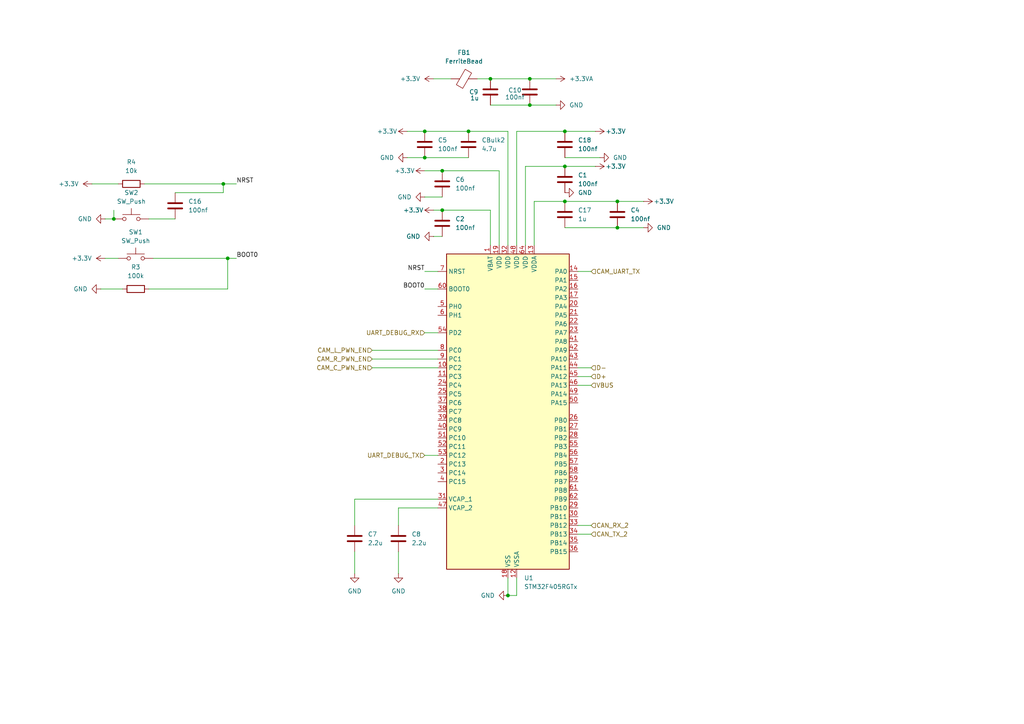
<source format=kicad_sch>
(kicad_sch (version 20250114) (generator "eeschema") (generator_version "9.0")
  (paper "A4")
  (lib_symbols
    (symbol "Device:C" (pin_numbers (hide yes)) (pin_names (offset 0.254))
      (property "Reference" "C" (at 0.635 2.54 0))
      (property "Value" "C" (at 0.635 -2.54 0))
      (symbol "C_0_1"
        (polyline (pts (xy -2.032 0.762) (xy 2.032 0.762)) (stroke (width 0.508)))
        (polyline (pts (xy -2.032 -0.762) (xy 2.032 -0.762)) (stroke (width 0.508)))
      )
      (symbol "C_1_1"
        (pin passive line (at 0 3.81 270) (length 2.794) (name "~") (number "1"))
        (pin passive line (at 0 -3.81 90) (length 2.794) (name "~") (number "2"))
      )
    )
    (symbol "Device:FerriteBead" (pin_numbers (hide yes)) (pin_names (offset 0))
      (property "Reference" "FB" (at -3.81 0.635 90))
      (property "Value" "FerriteBead" (at 3.81 0 90))
      (symbol "FerriteBead_0_1"
        (polyline (pts (xy -2.7686 0.4064) (xy -1.7018 2.2606) (xy 2.7686 -0.3048) (xy 1.6764 -2.159) (xy -2.7686 0.4064)))
        (polyline (pts (xy 0 1.27) (xy 0 1.2954)))
        (polyline (pts (xy 0 -1.27) (xy 0 -1.2192)))
      )
      (symbol "FerriteBead_1_1"
        (pin passive line (at 0 3.81 270) (length 2.54) (name "~") (number "1"))
        (pin passive line (at 0 -3.81 90) (length 2.54) (name "~") (number "2"))
      )
    )
    (symbol "Device:R" (pin_numbers (hide yes)) (pin_names (offset 0))
      (property "Reference" "R" (at 2.032 0 90))
      (property "Value" "R" (at 0 0 90))
      (symbol "R_0_1"
        (rectangle (start -1.016 -2.54) (end 1.016 2.54) (stroke (width 0.254)))
      )
      (symbol "R_1_1"
        (pin passive line (at 0 3.81 270) (length 1.27) (name "~") (number "1"))
        (pin passive line (at 0 -3.81 90) (length 1.27) (name "~") (number "2"))
      )
    )
    (symbol "MCU_ST_STM32F4:STM32F405RGTx"
      (property "Reference" "U" (at -17.78 46.99 0))
      (property "Value" "STM32F405RGTx" (at 10.16 46.99 0))
      (symbol "STM32F405RGTx_0_1"
        (rectangle (start -17.78 -45.72) (end 17.78 45.72) (stroke (width 0.254)) (fill (type background)))
      )
      (symbol "STM32F405RGTx_1_1"
        (pin input line (at -20.32 40.64 0) (length 2.54) (name "NRST") (number "7"))
        (pin input line (at -20.32 35.56 0) (length 2.54) (name "BOOT0") (number "60"))
        (pin bidirectional line (at -20.32 30.48 0) (length 2.54) (name "PH0") (number "5"))
        (pin bidirectional line (at -20.32 27.94 0) (length 2.54) (name "PH1") (number "6"))
        (pin bidirectional line (at -20.32 22.86 0) (length 2.54) (name "PD2") (number "54"))
        (pin bidirectional line (at -20.32 17.78 0) (length 2.54) (name "PC0") (number "8"))
        (pin bidirectional line (at -20.32 15.24 0) (length 2.54) (name "PC1") (number "9"))
        (pin bidirectional line (at -20.32 12.7 0) (length 2.54) (name "PC2") (number "10"))
        (pin bidirectional line (at -20.32 10.16 0) (length 2.54) (name "PC3") (number "11"))
        (pin bidirectional line (at -20.32 7.62 0) (length 2.54) (name "PC4") (number "24"))
        (pin bidirectional line (at -20.32 5.08 0) (length 2.54) (name "PC5") (number "25"))
        (pin bidirectional line (at -20.32 2.54 0) (length 2.54) (name "PC6") (number "37"))
        (pin bidirectional line (at -20.32 0 0) (length 2.54) (name "PC7") (number "38"))
        (pin bidirectional line (at -20.32 -2.54 0) (length 2.54) (name "PC8") (number "39"))
        (pin bidirectional line (at -20.32 -5.08 0) (length 2.54) (name "PC9") (number "40"))
        (pin bidirectional line (at -20.32 -7.62 0) (length 2.54) (name "PC10") (number "51"))
        (pin bidirectional line (at -20.32 -10.16 0) (length 2.54) (name "PC11") (number "52"))
        (pin bidirectional line (at -20.32 -12.7 0) (length 2.54) (name "PC12") (number "53"))
        (pin bidirectional line (at -20.32 -15.24 0) (length 2.54) (name "PC13") (number "2"))
        (pin bidirectional line (at -20.32 -17.78 0) (length 2.54) (name "PC14") (number "3"))
        (pin bidirectional line (at -20.32 -20.32 0) (length 2.54) (name "PC15") (number "4"))
        (pin power_out line (at -20.32 -25.4 0) (length 2.54) (name "VCAP_1") (number "31"))
        (pin power_out line (at -20.32 -27.94 0) (length 2.54) (name "VCAP_2") (number "47"))
        (pin power_in line (at -5.08 48.26 270) (length 2.54) (name "VBAT") (number "1"))
        (pin power_in line (at -2.54 48.26 270) (length 2.54) (name "VDD") (number "19"))
        (pin power_in line (at 0 48.26 270) (length 2.54) (name "VDD") (number "32"))
        (pin power_in line (at 0 -48.26 90) (length 2.54) (name "VSS") (number "18"))
        (pin passive line (at 0 -48.26 90) (length 2.54) (hide yes) (name "VSS") (number "63"))
        (pin power_in line (at 2.54 48.26 270) (length 2.54) (name "VDD") (number "48"))
        (pin power_in line (at 2.54 -48.26 90) (length 2.54) (name "VSSA") (number "12"))
        (pin power_in line (at 5.08 48.26 270) (length 2.54) (name "VDD") (number "64"))
        (pin power_in line (at 7.62 48.26 270) (length 2.54) (name "VDDA") (number "13"))
        (pin bidirectional line (at 20.32 40.64 180) (length 2.54) (name "PA0") (number "14"))
        (pin bidirectional line (at 20.32 38.1 180) (length 2.54) (name "PA1") (number "15"))
        (pin bidirectional line (at 20.32 35.56 180) (length 2.54) (name "PA2") (number "16"))
        (pin bidirectional line (at 20.32 33.02 180) (length 2.54) (name "PA3") (number "17"))
        (pin bidirectional line (at 20.32 30.48 180) (length 2.54) (name "PA4") (number "20"))
        (pin bidirectional line (at 20.32 27.94 180) (length 2.54) (name "PA5") (number "21"))
        (pin bidirectional line (at 20.32 25.4 180) (length 2.54) (name "PA6") (number "22"))
        (pin bidirectional line (at 20.32 22.86 180) (length 2.54) (name "PA7") (number "23"))
        (pin bidirectional line (at 20.32 20.32 180) (length 2.54) (name "PA8") (number "41"))
        (pin bidirectional line (at 20.32 17.78 180) (length 2.54) (name "PA9") (number "42"))
        (pin bidirectional line (at 20.32 15.24 180) (length 2.54) (name "PA10") (number "43"))
        (pin bidirectional line (at 20.32 12.7 180) (length 2.54) (name "PA11") (number "44"))
        (pin bidirectional line (at 20.32 10.16 180) (length 2.54) (name "PA12") (number "45"))
        (pin bidirectional line (at 20.32 7.62 180) (length 2.54) (name "PA13") (number "46"))
        (pin bidirectional line (at 20.32 5.08 180) (length 2.54) (name "PA14") (number "49"))
        (pin bidirectional line (at 20.32 2.54 180) (length 2.54) (name "PA15") (number "50"))
        (pin bidirectional line (at 20.32 -2.54 180) (length 2.54) (name "PB0") (number "26"))
        (pin bidirectional line (at 20.32 -5.08 180) (length 2.54) (name "PB1") (number "27"))
        (pin bidirectional line (at 20.32 -7.62 180) (length 2.54) (name "PB2") (number "28"))
        (pin bidirectional line (at 20.32 -10.16 180) (length 2.54) (name "PB3") (number "55"))
        (pin bidirectional line (at 20.32 -12.7 180) (length 2.54) (name "PB4") (number "56"))
        (pin bidirectional line (at 20.32 -15.24 180) (length 2.54) (name "PB5") (number "57"))
        (pin bidirectional line (at 20.32 -17.78 180) (length 2.54) (name "PB6") (number "58"))
        (pin bidirectional line (at 20.32 -20.32 180) (length 2.54) (name "PB7") (number "59"))
        (pin bidirectional line (at 20.32 -22.86 180) (length 2.54) (name "PB8") (number "61"))
        (pin bidirectional line (at 20.32 -25.4 180) (length 2.54) (name "PB9") (number "62"))
        (pin bidirectional line (at 20.32 -27.94 180) (length 2.54) (name "PB10") (number "29"))
        (pin bidirectional line (at 20.32 -30.48 180) (length 2.54) (name "PB11") (number "30"))
        (pin bidirectional line (at 20.32 -33.02 180) (length 2.54) (name "PB12") (number "33"))
        (pin bidirectional line (at 20.32 -35.56 180) (length 2.54) (name "PB13") (number "34"))
        (pin bidirectional line (at 20.32 -38.1 180) (length 2.54) (name "PB14") (number "35"))
        (pin bidirectional line (at 20.32 -40.64 180) (length 2.54) (name "PB15") (number "36"))
      )
    )
    (symbol "Switch:SW_Push" (pin_numbers (hide yes)) (pin_names (offset 1.016) (hide yes))
      (property "Reference" "SW" (at 1.27 2.54 0))
      (property "Value" "SW_Push" (at 0 -1.524 0))
      (symbol "SW_Push_0_1"
        (circle (center -2.032 0) (radius 0.508))
        (polyline (pts (xy 0 1.27) (xy 0 3.048)))
        (circle (center 2.032 0) (radius 0.508))
        (polyline (pts (xy 2.54 1.27) (xy -2.54 1.27)))
        (pin passive line (at -5.08 0 0) (length 2.54) (name "1") (number "1"))
        (pin passive line (at 5.08 0 180) (length 2.54) (name "2") (number "2"))
      )
    )
    (symbol "power:+3.3V" (power) (pin_numbers (hide yes)) (pin_names (offset 0) (hide yes))
      (property "Value" "+3.3V" (at 0 3.556 0))
      (symbol "+3.3V_0_1"
        (polyline (pts (xy -0.762 1.27) (xy 0 2.54)))
        (polyline (pts (xy 0 2.54) (xy 0.762 1.27)))
        (polyline (pts (xy 0 0) (xy 0 2.54)))
      )
      (symbol "+3.3V_1_1"
        (pin power_in line (at 0 0 90) (length 0) (name "~") (number "1"))
      )
    )
    (symbol "power:+3.3VA" (power) (pin_numbers (hide yes)) (pin_names (offset 0) (hide yes))
      (property "Value" "+3.3VA" (at 0 3.556 0))
      (symbol "+3.3VA_0_1"
        (polyline (pts (xy -0.762 1.27) (xy 0 2.54)))
        (polyline (pts (xy 0 2.54) (xy 0.762 1.27)))
        (polyline (pts (xy 0 0) (xy 0 2.54)))
      )
      (symbol "+3.3VA_1_1"
        (pin power_in line (at 0 0 90) (length 0) (name "~") (number "1"))
      )
    )
    (symbol "power:GND" (power) (pin_numbers (hide yes)) (pin_names (offset 0) (hide yes))
      (property "Value" "GND" (at 0 -3.81 0))
      (symbol "GND_0_1"
        (polyline (pts (xy 0 0) (xy 0 -1.27) (xy 1.27 -1.27) (xy 0 -2.54) (xy -1.27 -1.27) (xy 0 -1.27)))
      )
      (symbol "GND_1_1"
        (pin power_in line (at 0 0 270) (length 0) (name "~") (number "1"))
      )
    )
  )
  (junction (at 163.83 48.26))
  (junction (at 147.32 172.72))
  (junction (at 153.67 22.86))
  (junction (at 128.27 49.53))
  (junction (at 128.27 60.96))
  (junction (at 163.83 58.42))
  (junction (at 179.07 58.42))
  (junction (at 33.02 63.5))
  (junction (at 179.07 66.04))
  (junction (at 66.04 74.93))
  (junction (at 135.89 38.1))
  (junction (at 142.24 22.86))
  (junction (at 123.19 45.72))
  (junction (at 163.83 38.1))
  (junction (at 153.67 30.48))
  (junction (at 64.77 53.34))
  (junction (at 123.19 38.1))
  (wire (pts (xy 172.72 38.1) (xy 163.83 38.1)))
  (wire (pts (xy 173.99 45.72) (xy 163.83 45.72)))
  (wire (pts (xy 43.18 63.5) (xy 50.8 63.5)))
  (wire (pts (xy 123.19 38.1) (xy 135.89 38.1)))
  (wire (pts (xy 123.19 83.82) (xy 127 83.82)))
  (wire (pts (xy 66.04 74.93) (xy 68.58 74.93)))
  (wire (pts (xy 26.67 53.34) (xy 34.29 53.34)))
  (wire (pts (xy 142.24 60.96) (xy 142.24 71.12)))
  (wire (pts (xy 152.4 48.26) (xy 152.4 71.12)))
  (wire (pts (xy 64.77 53.34) (xy 68.58 53.34)))
  (wire (pts (xy 172.72 48.26) (xy 163.83 48.26)))
  (wire (pts (xy 153.67 22.86) (xy 161.29 22.86)))
  (wire (pts (xy 142.24 22.86) (xy 153.67 22.86)))
  (wire (pts (xy 147.32 38.1) (xy 147.32 71.12)))
  (wire (pts (xy 154.94 58.42) (xy 154.94 71.12)))
  (wire (pts (xy 115.57 160.02) (xy 115.57 166.37)))
  (wire (pts (xy 44.45 74.93) (xy 66.04 74.93)))
  (wire (pts (xy 107.95 101.6) (xy 127 101.6)))
  (wire (pts (xy 29.21 83.82) (xy 35.56 83.82)))
  (wire (pts (xy 147.32 172.72) (xy 149.86 172.72)))
  (wire (pts (xy 30.48 74.93) (xy 34.29 74.93)))
  (wire (pts (xy 144.78 49.53) (xy 144.78 71.12)))
  (wire (pts (xy 163.83 66.04) (xy 179.07 66.04)))
  (wire (pts (xy 123.19 45.72) (xy 135.89 45.72)))
  (wire (pts (xy 123.19 78.74) (xy 127 78.74)))
  (wire (pts (xy 118.11 45.72) (xy 123.19 45.72)))
  (wire (pts (xy 115.57 147.32) (xy 127 147.32)))
  (wire (pts (xy 125.73 60.96) (xy 128.27 60.96)))
  (wire (pts (xy 64.77 53.34) (xy 64.77 55.88)))
  (wire (pts (xy 123.19 49.53) (xy 128.27 49.53)))
  (wire (pts (xy 152.4 48.26) (xy 163.83 48.26)))
  (wire (pts (xy 107.95 106.68) (xy 127 106.68)))
  (wire (pts (xy 30.48 63.5) (xy 33.02 63.5)))
  (wire (pts (xy 115.57 152.4) (xy 115.57 147.32)))
  (wire (pts (xy 127 144.78) (xy 102.87 144.78)))
  (wire (pts (xy 149.86 38.1) (xy 149.86 71.12)))
  (wire (pts (xy 102.87 144.78) (xy 102.87 152.4)))
  (wire (pts (xy 167.64 109.22) (xy 171.45 109.22)))
  (wire (pts (xy 128.27 49.53) (xy 144.78 49.53)))
  (wire (pts (xy 125.73 68.58) (xy 128.27 68.58)))
  (wire (pts (xy 123.19 96.52) (xy 127 96.52)))
  (wire (pts (xy 66.04 74.93) (xy 66.04 83.82)))
  (wire (pts (xy 167.64 78.74) (xy 171.45 78.74)))
  (wire (pts (xy 167.64 111.76) (xy 171.45 111.76)))
  (wire (pts (xy 167.64 152.4) (xy 171.45 152.4)))
  (wire (pts (xy 163.83 58.42) (xy 179.07 58.42)))
  (wire (pts (xy 107.95 104.14) (xy 127 104.14)))
  (wire (pts (xy 167.64 106.68) (xy 171.45 106.68)))
  (wire (pts (xy 50.8 55.88) (xy 64.77 55.88)))
  (wire (pts (xy 186.69 58.42) (xy 179.07 58.42)))
  (wire (pts (xy 135.89 38.1) (xy 147.32 38.1)))
  (wire (pts (xy 186.69 66.04) (xy 179.07 66.04)))
  (wire (pts (xy 142.24 30.48) (xy 153.67 30.48)))
  (wire (pts (xy 102.87 160.02) (xy 102.87 166.37)))
  (wire (pts (xy 66.04 83.82) (xy 43.18 83.82)))
  (wire (pts (xy 154.94 58.42) (xy 163.83 58.42)))
  (wire (pts (xy 118.11 38.1) (xy 123.19 38.1)))
  (wire (pts (xy 138.43 22.86) (xy 142.24 22.86)))
  (wire (pts (xy 149.86 38.1) (xy 163.83 38.1)))
  (wire (pts (xy 167.64 154.94) (xy 171.45 154.94)))
  (wire (pts (xy 149.86 172.72) (xy 149.86 167.64)))
  (wire (pts (xy 153.67 30.48) (xy 161.29 30.48)))
  (wire (pts (xy 33.02 63.5) (xy 33.02 60.96)))
  (wire (pts (xy 147.32 167.64) (xy 147.32 172.72)))
  (wire (pts (xy 41.91 53.34) (xy 64.77 53.34)))
  (wire (pts (xy 125.73 22.86) (xy 130.81 22.86)))
  (wire (pts (xy 128.27 60.96) (xy 142.24 60.96)))
  (wire (pts (xy 123.19 132.08) (xy 127 132.08)))
  (wire (pts (xy 123.19 57.15) (xy 128.27 57.15)))
  (label "NRST" (at 68.58 53.34 0))
  (label "NRST" (at 123.19 78.74 180))
  (label "BOOT0" (at 123.19 83.82 180))
  (label "BOOT0" (at 68.58 74.93 0))
  (hierarchical_label "CAN_TX_2" (shape input) (at 171.45 154.94 0))
  (hierarchical_label "UART_DEBUG_TX" (shape input) (at 123.19 132.08 180))
  (hierarchical_label "UART_DEBUG_RX" (shape input) (at 123.19 96.52 180))
  (hierarchical_label "CAN_RX_2" (shape input) (at 171.45 152.4 0))
  (hierarchical_label "CAM_L_PWN_EN" (shape input) (at 107.95 101.6 180))
  (hierarchical_label "VBUS" (shape input) (at 171.45 111.76 0))
  (hierarchical_label "D-" (shape input) (at 171.45 106.68 0))
  (hierarchical_label "D+" (shape input) (at 171.45 109.22 0))
  (hierarchical_label "CAM_UART_TX" (shape input) (at 171.45 78.74 0))
  (hierarchical_label "CAM_C_PWN_EN" (shape input) (at 107.95 106.68 180))
  (hierarchical_label "CAM_R_PWN_EN" (shape input) (at 107.95 104.14 180))
  (symbol (lib_id "power:+3.3V") (at 186.69 58.42 270) (unit 1)
    (property "Reference" "#PWR058" (effects (hide yes)))
    (property "Value" "+3.3V" (at 192.532 58.42 90))
    (property "Description" "Power symbol creates a global label with name \"+3.3V\"" (effects (hide yes)))
  )
  (symbol (lib_id "power:GND") (at 147.32 172.72 270) (unit 1)
    (property "Reference" "#PWR014" (effects (hide yes)))
    (property "Value" "GND" (at 143.51 172.7199 90) (effects (justify right)))
    (property "Description" "Power symbol creates a global label with name \"GND\" , ground" (effects (hide yes)))
  )
  (symbol (lib_id "power:+3.3V") (at 172.72 48.26 270) (unit 1)
    (property "Reference" "#PWR060" (effects (hide yes)))
    (property "Value" "+3.3V" (at 178.562 48.26 90))
    (property "Description" "Power symbol creates a global label with name \"+3.3V\"" (effects (hide yes)))
  )
  (symbol (lib_id "power:GND") (at 123.19 57.15 270) (unit 1)
    (property "Reference" "#PWR055" (effects (hide yes)))
    (property "Value" "GND" (at 119.38 57.1499 90) (effects (justify right)))
    (property "Description" "Power symbol creates a global label with name \"GND\" , ground" (effects (hide yes)))
  )
  (symbol (lib_id "Switch:SW_Push") (at 38.1 63.5 0) (unit 1)
    (property "Reference" "SW2" (at 38.1 55.88 0))
    (property "Value" "SW_Push" (at 38.1 58.42 0))
    (property "Footprint" "Button_Switch_THT:SW_PUSH_1P1T_6x3.5mm_H5.0_APEM_MJTP1250" (effects (hide yes)))
    (property "Description" "Push button switch, generic, two pins" (effects (hide yes)))
  )
  (symbol (lib_id "power:+3.3VA") (at 161.29 22.86 270) (unit 1)
    (property "Reference" "#PWR03" (effects (hide yes)))
    (property "Value" "+3.3VA" (at 165.1 22.8599 90) (effects (justify left)))
    (property "Description" "Power symbol creates a global label with name \"+3.3VA\"" (effects (hide yes)))
  )
  (symbol (lib_id "power:+3.3V") (at 26.67 53.34 90) (unit 1)
    (property "Reference" "#PWR019" (effects (hide yes)))
    (property "Value" "+3.3V" (at 22.86 53.3399 90) (effects (justify left)))
    (property "Description" "Power symbol creates a global label with name \"+3.3V\"" (effects (hide yes)))
  )
  (symbol (lib_id "Device:C") (at 123.19 41.91 0) (unit 1)
    (property "Reference" "C5" (at 127 40.6399 0) (effects (justify left)))
    (property "Value" "100nf" (at 127 43.1799 0) (effects (justify left)))
    (property "Footprint" "Capacitor_SMD:C_0805_2012Metric_Pad1.18x1.45mm_HandSolder" (effects (hide yes)))
    (property "Description" "Unpolarized capacitor" (effects (hide yes)))
  )
  (symbol (lib_id "power:+3.3V") (at 125.73 22.86 90) (unit 1)
    (property "Reference" "#PWR08" (effects (hide yes)))
    (property "Value" "+3.3V" (at 121.92 22.8599 90) (effects (justify left)))
    (property "Description" "Power symbol creates a global label with name \"+3.3V\"" (effects (hide yes)))
  )
  (symbol (lib_id "power:GND") (at 102.87 166.37 0) (unit 1)
    (property "Reference" "#PWR012" (effects (hide yes)))
    (property "Value" "GND" (at 102.87 171.45 0))
    (property "Description" "Power symbol creates a global label with name \"GND\" , ground" (effects (hide yes)))
  )
  (symbol (lib_id "power:+3.3V") (at 30.48 74.93 90) (unit 1)
    (property "Reference" "#PWR017" (effects (hide yes)))
    (property "Value" "+3.3V" (at 26.67 74.9299 90) (effects (justify left)))
    (property "Description" "Power symbol creates a global label with name \"+3.3V\"" (effects (hide yes)))
  )
  (symbol (lib_id "Device:C") (at 163.83 62.23 0) (unit 1)
    (property "Reference" "C17" (at 167.64 60.9599 0) (effects (justify left)))
    (property "Value" "1u" (at 167.64 63.4999 0) (effects (justify left)))
    (property "Footprint" "Capacitor_SMD:C_0805_2012Metric_Pad1.18x1.45mm_HandSolder" (effects (hide yes)))
    (property "Description" "Unpolarized capacitor" (effects (hide yes)))
  )
  (symbol (lib_id "Device:C") (at 128.27 64.77 0) (unit 1)
    (property "Reference" "C2" (at 132.08 63.4999 0) (effects (justify left)))
    (property "Value" "100nf" (at 132.08 66.0399 0) (effects (justify left)))
    (property "Footprint" "Capacitor_SMD:C_0805_2012Metric_Pad1.18x1.45mm_HandSolder" (effects (hide yes)))
    (property "Description" "Unpolarized capacitor" (effects (hide yes)))
  )
  (symbol (lib_id "power:GND") (at 115.57 166.37 0) (unit 1)
    (property "Reference" "#PWR013" (effects (hide yes)))
    (property "Value" "GND" (at 115.57 171.45 0))
    (property "Description" "Power symbol creates a global label with name \"GND\" , ground" (effects (hide yes)))
  )
  (symbol (lib_id "power:GND") (at 163.83 55.88 90) (unit 1)
    (property "Reference" "#PWR061" (effects (hide yes)))
    (property "Value" "GND" (at 167.64 55.8799 90) (effects (justify right)))
    (property "Description" "Power symbol creates a global label with name \"GND\" , ground" (effects (hide yes)))
  )
  (symbol (lib_id "Device:R") (at 38.1 53.34 90) (unit 1)
    (property "Reference" "R4" (at 38.1 46.99 90))
    (property "Value" "10k" (at 38.1 49.53 90))
    (property "Footprint" "Resistor_SMD:R_0805_2012Metric_Pad1.20x1.40mm_HandSolder" (effects (hide yes)))
    (property "Description" "Resistor" (effects (hide yes)))
  )
  (symbol (lib_id "power:+3.3V") (at 123.19 49.53 90) (unit 1)
    (property "Reference" "#PWR054" (effects (hide yes)))
    (property "Value" "+3.3V" (at 117.348 49.53 90))
    (property "Description" "Power symbol creates a global label with name \"+3.3V\"" (effects (hide yes)))
  )
  (symbol (lib_id "power:+3.3V") (at 118.11 38.1 90) (unit 1)
    (property "Reference" "#PWR057" (effects (hide yes)))
    (property "Value" "+3.3V" (at 112.268 38.1 90))
    (property "Description" "Power symbol creates a global label with name \"+3.3V\"" (effects (hide yes)))
  )
  (symbol (lib_id "Device:C") (at 135.89 41.91 0) (unit 1)
    (property "Reference" "CBulk2" (at 139.7 40.6399 0) (effects (justify left)))
    (property "Value" "4.7u" (at 139.7 43.1799 0) (effects (justify left)))
    (property "Footprint" "Capacitor_SMD:C_0805_2012Metric_Pad1.18x1.45mm_HandSolder" (effects (hide yes)))
    (property "Description" "Unpolarized capacitor" (effects (hide yes)))
  )
  (symbol (lib_id "power:+3.3V") (at 172.72 38.1 270) (unit 1)
    (property "Reference" "#PWR062" (effects (hide yes)))
    (property "Value" "+3.3V" (at 178.562 38.1 90))
    (property "Description" "Power symbol creates a global label with name \"+3.3V\"" (effects (hide yes)))
  )
  (symbol (lib_id "power:GND") (at 125.73 68.58 270) (unit 1)
    (property "Reference" "#PWR053" (effects (hide yes)))
    (property "Value" "GND" (at 121.92 68.5799 90) (effects (justify right)))
    (property "Description" "Power symbol creates a global label with name \"GND\" , ground" (effects (hide yes)))
  )
  (symbol (lib_id "power:GND") (at 30.48 63.5 270) (unit 1)
    (property "Reference" "#PWR020" (effects (hide yes)))
    (property "Value" "GND" (at 26.67 63.4999 90) (effects (justify right)))
    (property "Description" "Power symbol creates a global label with name \"GND\" , ground" (effects (hide yes)))
  )
  (symbol (lib_id "Device:FerriteBead") (at 134.62 22.86 90) (unit 1)
    (property "Reference" "FB1" (at 134.5692 15.24 90))
    (property "Value" "FerriteBead" (at 134.5692 17.78 90))
    (property "Footprint" "Resistor_SMD:R_0805_2012Metric_Pad1.20x1.40mm_HandSolder" (effects (hide yes)))
    (property "Description" "Ferrite bead" (effects (hide yes)))
  )
  (symbol (lib_id "power:GND") (at 173.99 45.72 90) (unit 1)
    (property "Reference" "#PWR063" (effects (hide yes)))
    (property "Value" "GND" (at 177.8 45.7199 90) (effects (justify right)))
    (property "Description" "Power symbol creates a global label with name \"GND\" , ground" (effects (hide yes)))
  )
  (symbol (lib_id "Device:C") (at 163.83 52.07 0) (unit 1)
    (property "Reference" "C1" (at 167.64 50.7999 0) (effects (justify left)))
    (property "Value" "100nf" (at 167.64 53.3399 0) (effects (justify left)))
    (property "Footprint" "Capacitor_SMD:C_0805_2012Metric_Pad1.18x1.45mm_HandSolder" (effects (hide yes)))
    (property "Description" "Unpolarized capacitor" (effects (hide yes)))
  )
  (symbol (lib_id "power:GND") (at 161.29 30.48 90) (unit 1)
    (property "Reference" "#PWR04" (effects (hide yes)))
    (property "Value" "GND" (at 165.1 30.4799 90) (effects (justify right)))
    (property "Description" "Power symbol creates a global label with name \"GND\" , ground" (effects (hide yes)))
  )
  (symbol (lib_id "Device:C") (at 50.8 59.69 0) (unit 1)
    (property "Reference" "C16" (at 54.61 58.4199 0) (effects (justify left)))
    (property "Value" "100nf" (at 54.61 60.9599 0) (effects (justify left)))
    (property "Footprint" "Capacitor_SMD:C_0805_2012Metric_Pad1.18x1.45mm_HandSolder" (effects (hide yes)))
    (property "Description" "Unpolarized capacitor" (effects (hide yes)))
  )
  (symbol (lib_id "power:GND") (at 118.11 45.72 270) (unit 1)
    (property "Reference" "#PWR01" (effects (hide yes)))
    (property "Value" "GND" (at 114.3 45.7199 90) (effects (justify right)))
    (property "Description" "Power symbol creates a global label with name \"GND\" , ground" (effects (hide yes)))
  )
  (symbol (lib_id "Device:C") (at 153.67 26.67 180) (unit 1)
    (property "Reference" "C10" (at 149.352 26.162 0))
    (property "Value" "100nf" (at 149.352 28.194 0))
    (property "Footprint" "Capacitor_SMD:C_0805_2012Metric_Pad1.18x1.45mm_HandSolder" (effects (hide yes)))
    (property "Description" "Unpolarized capacitor" (effects (hide yes)))
  )
  (symbol (lib_id "Device:C") (at 102.87 156.21 0) (unit 1)
    (property "Reference" "C7" (at 106.68 154.9399 0) (effects (justify left)))
    (property "Value" "2.2u" (at 106.68 157.4799 0) (effects (justify left)))
    (property "Footprint" "Capacitor_SMD:C_0805_2012Metric_Pad1.18x1.45mm_HandSolder" (effects (hide yes)))
    (property "Description" "Unpolarized capacitor" (effects (hide yes)))
  )
  (symbol (lib_id "power:GND") (at 29.21 83.82 270) (unit 1)
    (property "Reference" "#PWR018" (effects (hide yes)))
    (property "Value" "GND" (at 25.4 83.8199 90) (effects (justify right)))
    (property "Description" "Power symbol creates a global label with name \"GND\" , ground" (effects (hide yes)))
  )
  (symbol (lib_id "Device:C") (at 128.27 53.34 0) (unit 1)
    (property "Reference" "C6" (at 132.08 52.0699 0) (effects (justify left)))
    (property "Value" "100nf" (at 132.08 54.6099 0) (effects (justify left)))
    (property "Footprint" "Capacitor_SMD:C_0805_2012Metric_Pad1.18x1.45mm_HandSolder" (effects (hide yes)))
    (property "Description" "Unpolarized capacitor" (effects (hide yes)))
  )
  (symbol (lib_id "power:+3.3V") (at 125.73 60.96 90) (unit 1)
    (property "Reference" "#PWR05" (effects (hide yes)))
    (property "Value" "+3.3V" (at 119.888 60.96 90))
    (property "Description" "Power symbol creates a global label with name \"+3.3V\"" (effects (hide yes)))
  )
  (symbol (lib_id "power:GND") (at 186.69 66.04 90) (unit 1)
    (property "Reference" "#PWR059" (effects (hide yes)))
    (property "Value" "GND" (at 190.5 66.0399 90) (effects (justify right)))
    (property "Description" "Power symbol creates a global label with name \"GND\" , ground" (effects (hide yes)))
  )
  (symbol (lib_id "Device:C") (at 115.57 156.21 0) (unit 1)
    (property "Reference" "C8" (at 119.38 154.9399 0) (effects (justify left)))
    (property "Value" "2.2u" (at 119.38 157.4799 0) (effects (justify left)))
    (property "Footprint" "Capacitor_SMD:C_0805_2012Metric_Pad1.18x1.45mm_HandSolder" (effects (hide yes)))
    (property "Description" "Unpolarized capacitor" (effects (hide yes)))
  )
  (symbol (lib_id "Device:C") (at 179.07 62.23 0) (unit 1)
    (property "Reference" "C4" (at 182.88 60.9599 0) (effects (justify left)))
    (property "Value" "100nf" (at 182.88 63.4999 0) (effects (justify left)))
    (property "Footprint" "Capacitor_SMD:C_0805_2012Metric_Pad1.18x1.45mm_HandSolder" (effects (hide yes)))
    (property "Description" "Unpolarized capacitor" (effects (hide yes)))
  )
  (symbol (lib_id "Device:C") (at 142.24 26.67 180) (unit 1)
    (property "Reference" "C9" (at 137.414 26.67 0))
    (property "Value" "1u" (at 137.668 28.448 0))
    (property "Footprint" "Capacitor_SMD:C_0805_2012Metric_Pad1.18x1.45mm_HandSolder" (effects (hide yes)))
    (property "Description" "Unpolarized capacitor" (effects (hide yes)))
  )
  (symbol (lib_id "Device:C") (at 163.83 41.91 0) (unit 1)
    (property "Reference" "C18" (at 167.64 40.6399 0) (effects (justify left)))
    (property "Value" "100nf" (at 167.64 43.1799 0) (effects (justify left)))
    (property "Footprint" "Capacitor_SMD:C_0805_2012Metric_Pad1.18x1.45mm_HandSolder" (effects (hide yes)))
    (property "Description" "Unpolarized capacitor" (effects (hide yes)))
  )
  (symbol (lib_id "MCU_ST_STM32F4:STM32F405RGTx") (at 147.32 119.38 0) (unit 1)
    (property "Reference" "U1" (at 152.0033 167.64 0) (effects (justify left)))
    (property "Value" "STM32F405RGTx" (at 152.0033 170.18 0) (effects (justify left)))
    (property "Footprint" "Package_QFP:LQFP-64_10x10mm_P0.5mm" (effects (hide yes)))
    (property "Datasheet" "https://www.st.com/resource/en/datasheet/stm32f405rg.pdf" (effects (hide yes)))
    (property "Description" "STMicroelectronics Arm Cortex-M4 MCU, 1024KB flash, 192KB RAM, 168 MHz, 1.8-3.6V, 51 GPIO, LQFP64" (effects (hide yes)))
  )
  (symbol (lib_id "Switch:SW_Push") (at 39.37 74.93 0) (unit 1)
    (property "Reference" "SW1" (at 39.37 67.31 0))
    (property "Value" "SW_Push" (at 39.37 69.85 0))
    (property "Footprint" "Button_Switch_THT:SW_PUSH_1P1T_6x3.5mm_H5.0_APEM_MJTP1250" (effects (hide yes)))
    (property "Description" "Push button switch, generic, two pins" (effects (hide yes)))
  )
  (symbol (lib_id "Device:R") (at 39.37 83.82 90) (unit 1)
    (property "Reference" "R3" (at 39.37 77.47 90))
    (property "Value" "100k" (at 39.37 80.01 90))
    (property "Footprint" "Resistor_SMD:R_0805_2012Metric_Pad1.20x1.40mm_HandSolder" (effects (hide yes)))
    (property "Description" "Resistor" (effects (hide yes)))
  )
)
</source>
